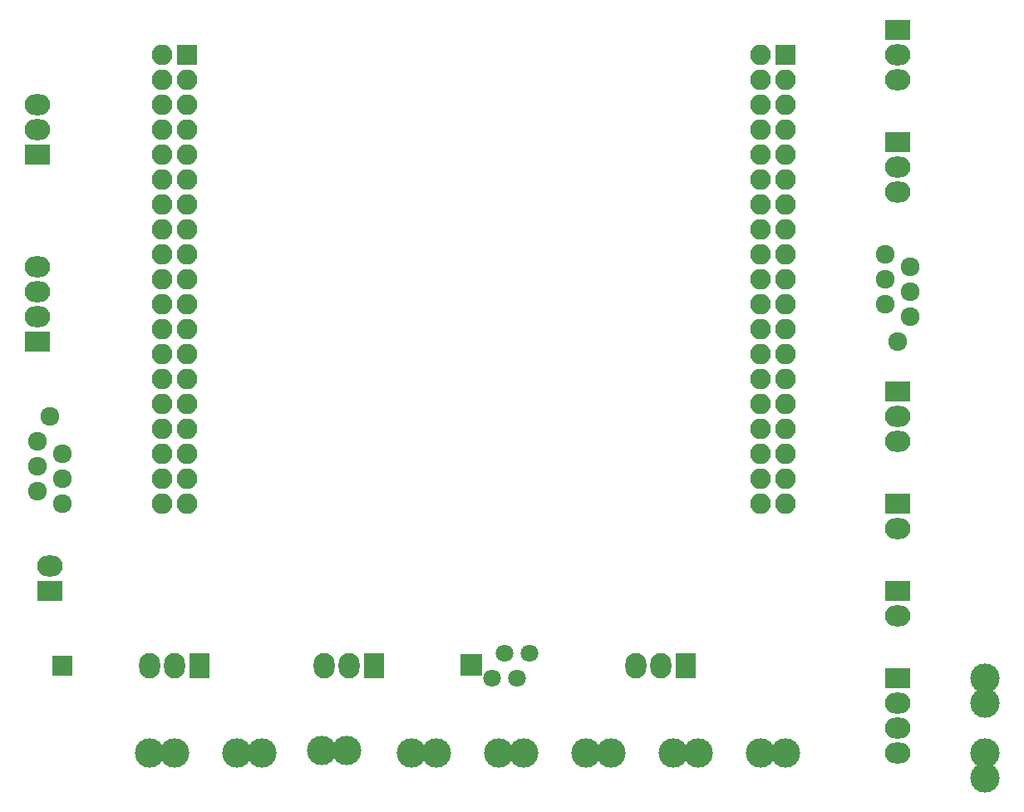
<source format=gts>
G04 #@! TF.GenerationSoftware,KiCad,Pcbnew,5.0.0-rc1-44a33f2~62~ubuntu16.04.1*
G04 #@! TF.CreationDate,2018-05-19T12:26:42+02:00*
G04 #@! TF.ProjectId,shield2018,736869656C64323031382E6B69636164,1.0*
G04 #@! TF.SameCoordinates,Original*
G04 #@! TF.FileFunction,Soldermask,Top*
G04 #@! TF.FilePolarity,Negative*
%FSLAX46Y46*%
G04 Gerber Fmt 4.6, Leading zero omitted, Abs format (unit mm)*
G04 Created by KiCad (PCBNEW 5.0.0-rc1-44a33f2~62~ubuntu16.04.1) date Sat May 19 12:26:42 2018*
%MOMM*%
%LPD*%
G01*
G04 APERTURE LIST*
%ADD10R,2.100000X2.100000*%
%ADD11O,2.100000X2.100000*%
%ADD12C,3.000000*%
%ADD13C,1.800000*%
%ADD14R,2.200000X2.200000*%
%ADD15O,2.600000X2.140000*%
%ADD16R,2.600000X2.140000*%
%ADD17O,2.140000X2.600000*%
%ADD18R,2.140000X2.600000*%
%ADD19C,1.924000*%
G04 APERTURE END LIST*
D10*
X78740000Y-82550000D03*
D11*
X76200000Y-82550000D03*
X78740000Y-85090000D03*
X76200000Y-85090000D03*
X78740000Y-87630000D03*
X76200000Y-87630000D03*
X78740000Y-90170000D03*
X76200000Y-90170000D03*
X78740000Y-92710000D03*
X76200000Y-92710000D03*
X78740000Y-95250000D03*
X76200000Y-95250000D03*
X78740000Y-97790000D03*
X76200000Y-97790000D03*
X78740000Y-100330000D03*
X76200000Y-100330000D03*
X78740000Y-102870000D03*
X76200000Y-102870000D03*
X78740000Y-105410000D03*
X76200000Y-105410000D03*
X78740000Y-107950000D03*
X76200000Y-107950000D03*
X78740000Y-110490000D03*
X76200000Y-110490000D03*
X78740000Y-113030000D03*
X76200000Y-113030000D03*
X78740000Y-115570000D03*
X76200000Y-115570000D03*
X78740000Y-118110000D03*
X76200000Y-118110000D03*
X78740000Y-120650000D03*
X76200000Y-120650000D03*
X78740000Y-123190000D03*
X76200000Y-123190000D03*
X78740000Y-125730000D03*
X76200000Y-125730000D03*
X78740000Y-128270000D03*
X76200000Y-128270000D03*
D10*
X139700000Y-82550000D03*
D11*
X137160000Y-82550000D03*
X139700000Y-85090000D03*
X137160000Y-85090000D03*
X139700000Y-87630000D03*
X137160000Y-87630000D03*
X139700000Y-90170000D03*
X137160000Y-90170000D03*
X139700000Y-92710000D03*
X137160000Y-92710000D03*
X139700000Y-95250000D03*
X137160000Y-95250000D03*
X139700000Y-97790000D03*
X137160000Y-97790000D03*
X139700000Y-100330000D03*
X137160000Y-100330000D03*
X139700000Y-102870000D03*
X137160000Y-102870000D03*
X139700000Y-105410000D03*
X137160000Y-105410000D03*
X139700000Y-107950000D03*
X137160000Y-107950000D03*
X139700000Y-110490000D03*
X137160000Y-110490000D03*
X139700000Y-113030000D03*
X137160000Y-113030000D03*
X139700000Y-115570000D03*
X137160000Y-115570000D03*
X139700000Y-118110000D03*
X137160000Y-118110000D03*
X139700000Y-120650000D03*
X137160000Y-120650000D03*
X139700000Y-123190000D03*
X137160000Y-123190000D03*
X139700000Y-125730000D03*
X137160000Y-125730000D03*
X139700000Y-128270000D03*
X137160000Y-128270000D03*
D12*
X160020000Y-146050000D03*
X160020000Y-148590000D03*
X160020000Y-153670000D03*
X160020000Y-156210000D03*
X113030000Y-153670000D03*
X110490000Y-153670000D03*
X121920000Y-153670000D03*
X119380000Y-153670000D03*
X130810000Y-153670000D03*
X128270000Y-153670000D03*
X139700000Y-153670000D03*
X137160000Y-153670000D03*
D13*
X109855000Y-146050000D03*
X111125000Y-143510000D03*
X112395000Y-146050000D03*
X113665000Y-143510000D03*
D14*
X107683300Y-144729200D03*
D15*
X64770000Y-134620000D03*
D16*
X64770000Y-137160000D03*
D17*
X92710000Y-144780000D03*
X95250000Y-144780000D03*
D18*
X97790000Y-144780000D03*
D15*
X151130000Y-85090000D03*
X151130000Y-82550000D03*
D16*
X151130000Y-80010000D03*
D15*
X151130000Y-96520000D03*
X151130000Y-93980000D03*
D16*
X151130000Y-91440000D03*
D15*
X151130000Y-121920000D03*
X151130000Y-119380000D03*
D16*
X151130000Y-116840000D03*
D12*
X77470000Y-153670000D03*
X74930000Y-153670000D03*
X86360000Y-153670000D03*
X83820000Y-153670000D03*
X104140000Y-153670000D03*
X101600000Y-153670000D03*
X94996000Y-153416000D03*
X92456000Y-153416000D03*
D15*
X151130000Y-139700000D03*
D16*
X151130000Y-137160000D03*
D15*
X151130000Y-130810000D03*
D16*
X151130000Y-128270000D03*
D17*
X124460000Y-144780000D03*
X127000000Y-144780000D03*
D18*
X129540000Y-144780000D03*
D17*
X74930000Y-144780000D03*
X77470000Y-144780000D03*
D18*
X80010000Y-144780000D03*
D15*
X63500000Y-87630000D03*
X63500000Y-90170000D03*
D16*
X63500000Y-92710000D03*
D15*
X151130000Y-153670000D03*
X151130000Y-151130000D03*
X151130000Y-148590000D03*
D16*
X151130000Y-146050000D03*
D15*
X63500000Y-104140000D03*
X63500000Y-106680000D03*
X63500000Y-109220000D03*
D16*
X63500000Y-111760000D03*
D10*
X66040000Y-144780000D03*
D19*
X64770000Y-119380000D03*
X66040000Y-123190000D03*
X63500000Y-121920000D03*
X63500000Y-124460000D03*
X66040000Y-125730000D03*
X63500000Y-127000000D03*
X66040000Y-128270000D03*
X151130000Y-111760000D03*
X149860000Y-107950000D03*
X152400000Y-109220000D03*
X152400000Y-106680000D03*
X149860000Y-105410000D03*
X152400000Y-104140000D03*
X149860000Y-102870000D03*
M02*

</source>
